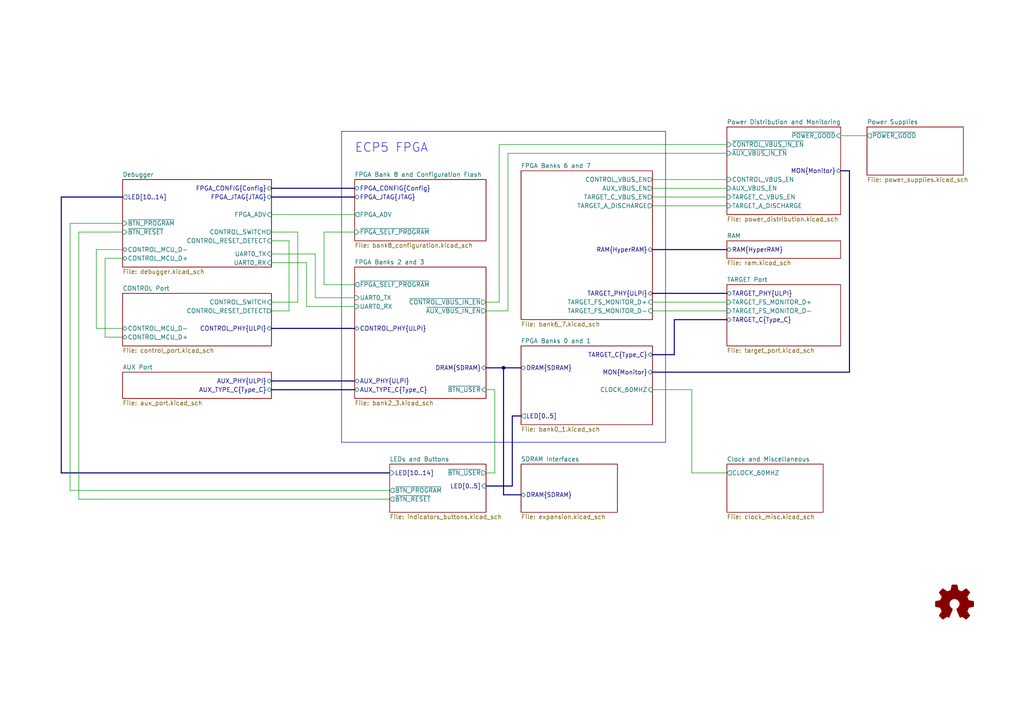
<source format=kicad_sch>
(kicad_sch
	(version 20231120)
	(generator "eeschema")
	(generator_version "8.0")
	(uuid "fb621148-8145-4217-9712-738e1b5a4823")
	(paper "A4")
	(title_block
		(title "${TITLE}")
		(date "${DATE}")
		(rev "${VERSION}")
		(company "${COPYRIGHT}")
		(comment 1 "${LICENSE}")
	)
	(lib_symbols
		(symbol "Graphic:Logo_Open_Hardware_Small"
			(exclude_from_sim no)
			(in_bom no)
			(on_board no)
			(property "Reference" "#SYM"
				(at 0 6.985 0)
				(effects
					(font
						(size 1.27 1.27)
					)
					(hide yes)
				)
			)
			(property "Value" "Logo_Open_Hardware_Small"
				(at 0 -5.715 0)
				(effects
					(font
						(size 1.27 1.27)
					)
					(hide yes)
				)
			)
			(property "Footprint" ""
				(at 0 0 0)
				(effects
					(font
						(size 1.27 1.27)
					)
					(hide yes)
				)
			)
			(property "Datasheet" "~"
				(at 0 0 0)
				(effects
					(font
						(size 1.27 1.27)
					)
					(hide yes)
				)
			)
			(property "Description" "Open Hardware logo, small"
				(at 0 0 0)
				(effects
					(font
						(size 1.27 1.27)
					)
					(hide yes)
				)
			)
			(property "Sim.Enable" "0"
				(at 0 0 0)
				(effects
					(font
						(size 1.27 1.27)
					)
					(hide yes)
				)
			)
			(property "ki_keywords" "Logo"
				(at 0 0 0)
				(effects
					(font
						(size 1.27 1.27)
					)
					(hide yes)
				)
			)
			(symbol "Logo_Open_Hardware_Small_0_1"
				(polyline
					(pts
						(xy 3.3528 -4.3434) (xy 3.302 -4.318) (xy 3.175 -4.2418) (xy 2.9972 -4.1148) (xy 2.7686 -3.9624)
						(xy 2.54 -3.81) (xy 2.3622 -3.7084) (xy 2.2352 -3.6068) (xy 2.1844 -3.5814) (xy 2.159 -3.6068)
						(xy 2.0574 -3.6576) (xy 1.905 -3.7338) (xy 1.8034 -3.7846) (xy 1.6764 -3.8354) (xy 1.6002 -3.8354)
						(xy 1.6002 -3.8354) (xy 1.5494 -3.7338) (xy 1.4732 -3.5306) (xy 1.3462 -3.302) (xy 1.2446 -3.0226)
						(xy 1.1176 -2.7178) (xy 0.9652 -2.413) (xy 0.8636 -2.1082) (xy 0.7366 -1.8288) (xy 0.6604 -1.6256)
						(xy 0.6096 -1.4732) (xy 0.5842 -1.397) (xy 0.5842 -1.397) (xy 0.6604 -1.3208) (xy 0.7874 -1.2446)
						(xy 1.0414 -1.016) (xy 1.2954 -0.6858) (xy 1.4478 -0.3302) (xy 1.524 0.0762) (xy 1.4732 0.4572)
						(xy 1.3208 0.8128) (xy 1.0668 1.143) (xy 0.762 1.3716) (xy 0.4064 1.524) (xy 0 1.5748) (xy -0.381 1.5494)
						(xy -0.7366 1.397) (xy -1.0668 1.143) (xy -1.2192 0.9906) (xy -1.397 0.6604) (xy -1.524 0.3048)
						(xy -1.524 0.2286) (xy -1.4986 -0.1778) (xy -1.397 -0.5334) (xy -1.1938 -0.8636) (xy -0.9144 -1.143)
						(xy -0.8636 -1.1684) (xy -0.7366 -1.27) (xy -0.635 -1.3462) (xy -0.5842 -1.397) (xy -1.0668 -2.5908)
						(xy -1.143 -2.794) (xy -1.2954 -3.1242) (xy -1.397 -3.4036) (xy -1.4986 -3.6322) (xy -1.5748 -3.7846)
						(xy -1.6002 -3.8354) (xy -1.6002 -3.8354) (xy -1.651 -3.8354) (xy -1.7272 -3.81) (xy -1.905 -3.7338)
						(xy -2.0066 -3.683) (xy -2.1336 -3.6068) (xy -2.2098 -3.5814) (xy -2.2606 -3.6068) (xy -2.3622 -3.683)
						(xy -2.54 -3.81) (xy -2.7686 -3.9624) (xy -2.9718 -4.0894) (xy -3.1496 -4.2164) (xy -3.302 -4.318)
						(xy -3.3528 -4.3434) (xy -3.3782 -4.3434) (xy -3.429 -4.318) (xy -3.5306 -4.2164) (xy -3.7084 -4.064)
						(xy -3.937 -3.8354) (xy -3.9624 -3.81) (xy -4.1656 -3.6068) (xy -4.318 -3.4544) (xy -4.4196 -3.3274)
						(xy -4.445 -3.2766) (xy -4.445 -3.2766) (xy -4.4196 -3.2258) (xy -4.318 -3.0734) (xy -4.2164 -2.8956)
						(xy -4.064 -2.667) (xy -3.6576 -2.0828) (xy -3.8862 -1.5494) (xy -3.937 -1.3716) (xy -4.0386 -1.1684)
						(xy -4.0894 -1.0414) (xy -4.1148 -0.9652) (xy -4.191 -0.9398) (xy -4.318 -0.9144) (xy -4.5466 -0.8636)
						(xy -4.8006 -0.8128) (xy -5.0546 -0.7874) (xy -5.2578 -0.7366) (xy -5.4356 -0.7112) (xy -5.5118 -0.6858)
						(xy -5.5118 -0.6858) (xy -5.5372 -0.635) (xy -5.5372 -0.5588) (xy -5.5372 -0.4318) (xy -5.5626 -0.2286)
						(xy -5.5626 0.0762) (xy -5.5626 0.127) (xy -5.5372 0.4064) (xy -5.5372 0.635) (xy -5.5372 0.762)
						(xy -5.5372 0.8382) (xy -5.5372 0.8382) (xy -5.461 0.8382) (xy -5.3086 0.889) (xy -5.08 0.9144)
						(xy -4.826 0.9652) (xy -4.8006 0.9906) (xy -4.5466 1.0414) (xy -4.318 1.0668) (xy -4.1656 1.1176)
						(xy -4.0894 1.143) (xy -4.0894 1.143) (xy -4.0386 1.2446) (xy -3.9624 1.4224) (xy -3.8608 1.6256)
						(xy -3.7846 1.8288) (xy -3.7084 2.0066) (xy -3.6576 2.159) (xy -3.6322 2.2098) (xy -3.6322 2.2098)
						(xy -3.683 2.286) (xy -3.7592 2.413) (xy -3.8862 2.5908) (xy -4.064 2.8194) (xy -4.064 2.8448)
						(xy -4.2164 3.0734) (xy -4.3434 3.2512) (xy -4.4196 3.3782) (xy -4.445 3.4544) (xy -4.445 3.4544)
						(xy -4.3942 3.5052) (xy -4.2926 3.6322) (xy -4.1148 3.81) (xy -3.937 4.0132) (xy -3.8608 4.064)
						(xy -3.6576 4.2926) (xy -3.5052 4.4196) (xy -3.4036 4.4958) (xy -3.3528 4.5212) (xy -3.3528 4.5212)
						(xy -3.302 4.4704) (xy -3.1496 4.3688) (xy -2.9718 4.2418) (xy -2.7432 4.0894) (xy -2.7178 4.0894)
						(xy -2.4892 3.937) (xy -2.3114 3.81) (xy -2.1844 3.7084) (xy -2.1336 3.683) (xy -2.1082 3.683)
						(xy -2.032 3.7084) (xy -1.8542 3.7592) (xy -1.6764 3.8354) (xy -1.4732 3.937) (xy -1.27 4.0132)
						(xy -1.143 4.064) (xy -1.0668 4.1148) (xy -1.0668 4.1148) (xy -1.0414 4.191) (xy -1.016 4.3434)
						(xy -0.9652 4.572) (xy -0.9144 4.8514) (xy -0.889 4.9022) (xy -0.8382 5.1562) (xy -0.8128 5.3848)
						(xy -0.7874 5.5372) (xy -0.762 5.588) (xy -0.7112 5.6134) (xy -0.5842 5.6134) (xy -0.4064 5.6134)
						(xy -0.1524 5.6134) (xy 0.0762 5.6134) (xy 0.3302 5.6134) (xy 0.5334 5.6134) (xy 0.6858 5.588)
						(xy 0.7366 5.588) (xy 0.7366 5.588) (xy 0.762 5.5118) (xy 0.8128 5.334) (xy 0.8382 5.1054) (xy 0.9144 4.826)
						(xy 0.9144 4.7752) (xy 0.9652 4.5212) (xy 1.016 4.2926) (xy 1.0414 4.1402) (xy 1.0668 4.0894)
						(xy 1.0668 4.0894) (xy 1.1938 4.0386) (xy 1.3716 3.9624) (xy 1.5748 3.8608) (xy 2.0828 3.6576)
						(xy 2.7178 4.0894) (xy 2.7686 4.1402) (xy 2.9972 4.2926) (xy 3.175 4.4196) (xy 3.302 4.4958) (xy 3.3782 4.5212)
						(xy 3.3782 4.5212) (xy 3.429 4.4704) (xy 3.556 4.3434) (xy 3.7338 4.191) (xy 3.9116 3.9878) (xy 4.064 3.8354)
						(xy 4.2418 3.6576) (xy 4.3434 3.556) (xy 4.4196 3.4798) (xy 4.4196 3.429) (xy 4.4196 3.4036) (xy 4.3942 3.3274)
						(xy 4.2926 3.2004) (xy 4.1656 2.9972) (xy 4.0132 2.794) (xy 3.8862 2.5908) (xy 3.7592 2.3876)
						(xy 3.6576 2.2352) (xy 3.6322 2.159) (xy 3.6322 2.1336) (xy 3.683 2.0066) (xy 3.7592 1.8288) (xy 3.8608 1.6002)
						(xy 4.064 1.1176) (xy 4.3942 1.0414) (xy 4.5974 1.016) (xy 4.8768 0.9652) (xy 5.1308 0.9144) (xy 5.5372 0.8382)
						(xy 5.5626 -0.6604) (xy 5.4864 -0.6858) (xy 5.4356 -0.6858) (xy 5.2832 -0.7366) (xy 5.0546 -0.762)
						(xy 4.8006 -0.8128) (xy 4.5974 -0.8636) (xy 4.3688 -0.9144) (xy 4.2164 -0.9398) (xy 4.1402 -0.9398)
						(xy 4.1148 -0.9652) (xy 4.064 -1.0668) (xy 3.9878 -1.2446) (xy 3.9116 -1.4478) (xy 3.81 -1.651)
						(xy 3.7338 -1.8542) (xy 3.683 -2.0066) (xy 3.6576 -2.0828) (xy 3.683 -2.1336) (xy 3.7846 -2.2606)
						(xy 3.8862 -2.4638) (xy 4.0386 -2.667) (xy 4.191 -2.8956) (xy 4.318 -3.0734) (xy 4.3942 -3.2004)
						(xy 4.445 -3.2766) (xy 4.4196 -3.3274) (xy 4.3434 -3.429) (xy 4.1656 -3.5814) (xy 3.937 -3.8354)
						(xy 3.8862 -3.8608) (xy 3.683 -4.064) (xy 3.5306 -4.2164) (xy 3.4036 -4.318) (xy 3.3528 -4.3434)
					)
					(stroke
						(width 0)
						(type default)
					)
					(fill
						(type outline)
					)
				)
			)
		)
	)
	(bus_alias "JTAG"
		(members "TMS" "TCK" "TDI" "TDO")
	)
	(bus_alias "SDRAM"
		(members "~{CS}" "CKE" "CLK" "DML" "DMH" "~{WE}" "~{CAS}" "~{RAS}" "A[0..12]"
			"D[0..15]" "BA[0..1]"
		)
	)
	(bus_alias "Type_C"
		(members "SDA" "SCL" "SBU1S" "SBU2S")
	)
	(bus_alias "ULPI"
		(members "DATA[0..7]" "CLK" "DIR" "STP" "NXT" "~{RESET}")
	)
	(junction
		(at 146.05 106.68)
		(diameter 0)
		(color 0 0 0 0)
		(uuid "c423fe3d-3f74-4eea-a130-fd2cf58898cd")
	)
	(bus
		(pts
			(xy 189.23 102.87) (xy 195.58 102.87)
		)
		(stroke
			(width 0)
			(type default)
		)
		(uuid "00c5b4d9-1cbf-4cd1-b2da-db2552b8adff")
	)
	(wire
		(pts
			(xy 143.51 113.03) (xy 140.97 113.03)
		)
		(stroke
			(width 0)
			(type default)
		)
		(uuid "019fa80a-47fc-4cfe-8bdb-4515c2b236de")
	)
	(wire
		(pts
			(xy 93.98 82.55) (xy 102.87 82.55)
		)
		(stroke
			(width 0)
			(type default)
		)
		(uuid "063c36d6-f6b2-4dfc-be96-2b59730b9f7f")
	)
	(wire
		(pts
			(xy 78.74 69.85) (xy 83.82 69.85)
		)
		(stroke
			(width 0)
			(type default)
		)
		(uuid "08f16ff7-551b-4bae-b076-0937f123b890")
	)
	(bus
		(pts
			(xy 17.78 137.16) (xy 113.03 137.16)
		)
		(stroke
			(width 0)
			(type default)
		)
		(uuid "129f88ed-8461-41ed-98d9-ec844cfef59f")
	)
	(bus
		(pts
			(xy 210.82 85.09) (xy 189.23 85.09)
		)
		(stroke
			(width 0)
			(type default)
		)
		(uuid "1309b258-0af7-49fa-926d-4f28765dcfa1")
	)
	(wire
		(pts
			(xy 86.36 87.63) (xy 78.74 87.63)
		)
		(stroke
			(width 0)
			(type default)
		)
		(uuid "175a6ab5-3998-48bf-adf0-33e399fa7c89")
	)
	(wire
		(pts
			(xy 102.87 88.9) (xy 88.9 88.9)
		)
		(stroke
			(width 0)
			(type default)
		)
		(uuid "1be800ed-3378-42c5-90ca-27eedc474615")
	)
	(wire
		(pts
			(xy 86.36 67.31) (xy 86.36 87.63)
		)
		(stroke
			(width 0)
			(type default)
		)
		(uuid "1f607821-edf8-437e-89d0-916d41180111")
	)
	(bus
		(pts
			(xy 17.78 57.15) (xy 17.78 137.16)
		)
		(stroke
			(width 0)
			(type default)
		)
		(uuid "22377a34-52dd-40cb-baa4-b081ae8d01f9")
	)
	(wire
		(pts
			(xy 78.74 67.31) (xy 86.36 67.31)
		)
		(stroke
			(width 0)
			(type default)
		)
		(uuid "223c8987-88f6-4b3f-b33a-df9a0e851124")
	)
	(bus
		(pts
			(xy 146.05 106.68) (xy 151.13 106.68)
		)
		(stroke
			(width 0)
			(type default)
		)
		(uuid "27e3d54a-ef79-4fec-9444-54249c3fe983")
	)
	(wire
		(pts
			(xy 210.82 44.45) (xy 147.32 44.45)
		)
		(stroke
			(width 0)
			(type default)
		)
		(uuid "28ccb9b7-9528-4625-90a7-0141b73f8ed3")
	)
	(wire
		(pts
			(xy 147.32 90.17) (xy 140.97 90.17)
		)
		(stroke
			(width 0)
			(type default)
		)
		(uuid "29fea464-862d-4fb2-851b-31bffa5f742e")
	)
	(wire
		(pts
			(xy 35.56 67.31) (xy 22.86 67.31)
		)
		(stroke
			(width 0)
			(type default)
		)
		(uuid "2c115bc0-65c1-494d-ba1d-2939c56cedc4")
	)
	(bus
		(pts
			(xy 146.05 143.51) (xy 146.05 106.68)
		)
		(stroke
			(width 0)
			(type default)
		)
		(uuid "2c94d2a4-3d9f-46d1-b089-b98d0f9c7491")
	)
	(wire
		(pts
			(xy 88.9 88.9) (xy 88.9 76.2)
		)
		(stroke
			(width 0)
			(type default)
		)
		(uuid "2dea37da-1590-4182-ad01-f455772b2687")
	)
	(wire
		(pts
			(xy 20.32 142.24) (xy 113.03 142.24)
		)
		(stroke
			(width 0)
			(type default)
		)
		(uuid "2e11cb94-54e3-49f2-a659-1fb3c4cbd4a1")
	)
	(wire
		(pts
			(xy 189.23 54.61) (xy 210.82 54.61)
		)
		(stroke
			(width 0)
			(type default)
		)
		(uuid "2ef07922-3c98-4efd-94c4-9b451a2f0779")
	)
	(wire
		(pts
			(xy 143.51 137.16) (xy 140.97 137.16)
		)
		(stroke
			(width 0)
			(type default)
		)
		(uuid "3735c017-53fa-44b4-a50b-86920d514cff")
	)
	(wire
		(pts
			(xy 147.32 44.45) (xy 147.32 90.17)
		)
		(stroke
			(width 0)
			(type default)
		)
		(uuid "3cd6adc7-dae6-4b05-8741-c22717daf295")
	)
	(polyline
		(pts
			(xy 99.06 38.1) (xy 193.04 38.1)
		)
		(stroke
			(width 0)
			(type default)
		)
		(uuid "3d2521b1-5ed1-4c9f-bb20-da50b880e85f")
	)
	(wire
		(pts
			(xy 30.48 97.79) (xy 35.56 97.79)
		)
		(stroke
			(width 0)
			(type default)
		)
		(uuid "40b4a4d7-371c-4ff8-b044-10e2104caecc")
	)
	(wire
		(pts
			(xy 78.74 73.66) (xy 91.44 73.66)
		)
		(stroke
			(width 0)
			(type default)
		)
		(uuid "41023816-0138-4250-ae00-2a4bb73ec6f0")
	)
	(wire
		(pts
			(xy 91.44 86.36) (xy 102.87 86.36)
		)
		(stroke
			(width 0)
			(type default)
		)
		(uuid "42a7fba0-8208-433e-b799-7af1d5e950b1")
	)
	(wire
		(pts
			(xy 91.44 73.66) (xy 91.44 86.36)
		)
		(stroke
			(width 0)
			(type default)
		)
		(uuid "4797f996-93c2-448c-b40f-2db20f7e6101")
	)
	(wire
		(pts
			(xy 140.97 87.63) (xy 144.78 87.63)
		)
		(stroke
			(width 0)
			(type default)
		)
		(uuid "4ba27b11-31c5-4829-824f-59757832e786")
	)
	(bus
		(pts
			(xy 246.38 107.95) (xy 246.38 49.53)
		)
		(stroke
			(width 0)
			(type default)
		)
		(uuid "5e280c8a-a9f0-40bc-b458-030b106cdf64")
	)
	(bus
		(pts
			(xy 78.74 57.15) (xy 102.87 57.15)
		)
		(stroke
			(width 0)
			(type default)
		)
		(uuid "600318fc-f188-4a36-b2c1-a9b0a9d0fee5")
	)
	(wire
		(pts
			(xy 189.23 52.07) (xy 210.82 52.07)
		)
		(stroke
			(width 0)
			(type default)
		)
		(uuid "621eea65-3181-4df0-abe6-92ee04875688")
	)
	(polyline
		(pts
			(xy 99.06 38.1) (xy 99.06 128.27)
		)
		(stroke
			(width 0)
			(type default)
		)
		(uuid "669ecb88-aca3-4df0-8453-4a0a9bbc1220")
	)
	(wire
		(pts
			(xy 78.74 62.23) (xy 102.87 62.23)
		)
		(stroke
			(width 0)
			(type default)
		)
		(uuid "67a9e413-1b2a-4463-acf4-80fd40b296f9")
	)
	(bus
		(pts
			(xy 78.74 54.61) (xy 102.87 54.61)
		)
		(stroke
			(width 0)
			(type default)
		)
		(uuid "699364d6-7838-47d1-8889-d4d767a222f8")
	)
	(wire
		(pts
			(xy 144.78 41.91) (xy 210.82 41.91)
		)
		(stroke
			(width 0)
			(type default)
		)
		(uuid "710a2fc9-a4b9-4a6d-98ff-2cd60071d157")
	)
	(bus
		(pts
			(xy 189.23 107.95) (xy 246.38 107.95)
		)
		(stroke
			(width 0)
			(type default)
		)
		(uuid "7b8c044b-081d-442a-aa1d-98b29a2e26d6")
	)
	(wire
		(pts
			(xy 30.48 74.93) (xy 30.48 97.79)
		)
		(stroke
			(width 0)
			(type default)
		)
		(uuid "7e990bb5-879f-4503-96f6-08cf3df64734")
	)
	(wire
		(pts
			(xy 30.48 74.93) (xy 35.56 74.93)
		)
		(stroke
			(width 0)
			(type default)
		)
		(uuid "86656ab1-af10-4635-9a75-b18d892352d9")
	)
	(bus
		(pts
			(xy 195.58 102.87) (xy 195.58 92.71)
		)
		(stroke
			(width 0)
			(type default)
		)
		(uuid "8bca79f1-254f-4e2b-a220-7a71f593860c")
	)
	(wire
		(pts
			(xy 144.78 87.63) (xy 144.78 41.91)
		)
		(stroke
			(width 0)
			(type default)
		)
		(uuid "8d3a6cd9-03c7-4abe-a6f9-02606b1b96ce")
	)
	(wire
		(pts
			(xy 200.66 137.16) (xy 200.66 113.03)
		)
		(stroke
			(width 0)
			(type default)
		)
		(uuid "9296b15a-16b5-43b8-ab2a-1884165b69a0")
	)
	(bus
		(pts
			(xy 78.74 113.03) (xy 102.87 113.03)
		)
		(stroke
			(width 0)
			(type default)
		)
		(uuid "9585f42d-8ed9-4655-92f7-2fd4198beb55")
	)
	(wire
		(pts
			(xy 189.23 59.69) (xy 210.82 59.69)
		)
		(stroke
			(width 0)
			(type default)
		)
		(uuid "9d7b0063-4566-4034-8b3c-00184051faa9")
	)
	(wire
		(pts
			(xy 143.51 113.03) (xy 143.51 137.16)
		)
		(stroke
			(width 0)
			(type default)
		)
		(uuid "9f463a40-6f23-4a69-9da1-ef6b25dd6722")
	)
	(bus
		(pts
			(xy 148.59 120.65) (xy 151.13 120.65)
		)
		(stroke
			(width 0)
			(type default)
		)
		(uuid "9f94ed09-9b73-4594-8c6e-80e87b9d3737")
	)
	(wire
		(pts
			(xy 22.86 144.78) (xy 113.03 144.78)
		)
		(stroke
			(width 0)
			(type default)
		)
		(uuid "a03359aa-d339-47bc-84eb-d4f5fdb25395")
	)
	(wire
		(pts
			(xy 35.56 64.77) (xy 20.32 64.77)
		)
		(stroke
			(width 0)
			(type default)
		)
		(uuid "a03af5bc-7fd7-467a-9ace-07f1e07ec934")
	)
	(wire
		(pts
			(xy 210.82 137.16) (xy 200.66 137.16)
		)
		(stroke
			(width 0)
			(type default)
		)
		(uuid "a09cdd63-50a4-4139-917f-4cfbdf3bcd36")
	)
	(wire
		(pts
			(xy 22.86 67.31) (xy 22.86 144.78)
		)
		(stroke
			(width 0)
			(type default)
		)
		(uuid "a3cabf92-87af-445d-9b08-7db77309be0e")
	)
	(bus
		(pts
			(xy 102.87 95.25) (xy 78.74 95.25)
		)
		(stroke
			(width 0)
			(type default)
		)
		(uuid "a5c9445a-84e1-4eda-b66e-74b5a426a5fe")
	)
	(bus
		(pts
			(xy 148.59 140.97) (xy 140.97 140.97)
		)
		(stroke
			(width 0)
			(type default)
		)
		(uuid "a7825ad8-15df-4a5a-bff6-9fb4434dad5a")
	)
	(wire
		(pts
			(xy 189.23 87.63) (xy 210.82 87.63)
		)
		(stroke
			(width 0)
			(type default)
		)
		(uuid "a9fb569a-9d3c-420c-be51-cde4adda0cdd")
	)
	(bus
		(pts
			(xy 195.58 92.71) (xy 210.82 92.71)
		)
		(stroke
			(width 0)
			(type default)
		)
		(uuid "aa3f36e0-4762-4933-98a1-8e0585d0ccf4")
	)
	(wire
		(pts
			(xy 189.23 57.15) (xy 210.82 57.15)
		)
		(stroke
			(width 0)
			(type default)
		)
		(uuid "b07a2354-7308-4c9b-ac5b-03c54596ff14")
	)
	(wire
		(pts
			(xy 102.87 67.31) (xy 93.98 67.31)
		)
		(stroke
			(width 0)
			(type default)
		)
		(uuid "b6135409-966c-4ced-af76-27cbad5d957e")
	)
	(wire
		(pts
			(xy 83.82 69.85) (xy 83.82 90.17)
		)
		(stroke
			(width 0)
			(type default)
		)
		(uuid "b7872034-e7a3-4428-b75c-59f8c4a85a76")
	)
	(bus
		(pts
			(xy 102.87 110.49) (xy 78.74 110.49)
		)
		(stroke
			(width 0)
			(type default)
		)
		(uuid "c0d975b5-aa3d-473e-94e7-8acc92636905")
	)
	(polyline
		(pts
			(xy 193.04 38.1) (xy 193.04 128.27)
		)
		(stroke
			(width 0)
			(type default)
		)
		(uuid "c10c7fbd-22bf-4d4b-8b38-fc3d108c4fd3")
	)
	(wire
		(pts
			(xy 93.98 67.31) (xy 93.98 82.55)
		)
		(stroke
			(width 0)
			(type default)
		)
		(uuid "c254aebd-3d47-4b89-87fb-dd7d773ac811")
	)
	(bus
		(pts
			(xy 35.56 57.15) (xy 17.78 57.15)
		)
		(stroke
			(width 0)
			(type default)
		)
		(uuid "c9b2464d-e3c9-4e9a-9a4f-bf83dda10089")
	)
	(wire
		(pts
			(xy 243.84 39.37) (xy 251.46 39.37)
		)
		(stroke
			(width 0)
			(type default)
		)
		(uuid "cfed4d6b-0c0e-491b-b800-8b9a92d39074")
	)
	(wire
		(pts
			(xy 27.94 72.39) (xy 27.94 95.25)
		)
		(stroke
			(width 0)
			(type default)
		)
		(uuid "d06a3c46-adc3-4ae9-9ab2-94addea7764d")
	)
	(wire
		(pts
			(xy 27.94 95.25) (xy 35.56 95.25)
		)
		(stroke
			(width 0)
			(type default)
		)
		(uuid "d0a162ef-f0f0-4621-923d-4d6a4bd8fe57")
	)
	(wire
		(pts
			(xy 88.9 76.2) (xy 78.74 76.2)
		)
		(stroke
			(width 0)
			(type default)
		)
		(uuid "d0bd5cc4-7347-4435-b554-b66d97df1c39")
	)
	(wire
		(pts
			(xy 35.56 72.39) (xy 27.94 72.39)
		)
		(stroke
			(width 0)
			(type default)
		)
		(uuid "dace43e7-359a-413c-93a9-a603f2a712c8")
	)
	(bus
		(pts
			(xy 140.97 106.68) (xy 146.05 106.68)
		)
		(stroke
			(width 0)
			(type default)
		)
		(uuid "daceb733-0798-4be3-a79c-51062ed5e6e0")
	)
	(wire
		(pts
			(xy 20.32 64.77) (xy 20.32 142.24)
		)
		(stroke
			(width 0)
			(type default)
		)
		(uuid "de275eeb-6608-4680-9290-3d04c07dd4ba")
	)
	(wire
		(pts
			(xy 83.82 90.17) (xy 78.74 90.17)
		)
		(stroke
			(width 0)
			(type default)
		)
		(uuid "defe2595-b2dd-4f51-b0d3-b9bde1d09bab")
	)
	(bus
		(pts
			(xy 151.13 143.51) (xy 146.05 143.51)
		)
		(stroke
			(width 0)
			(type default)
		)
		(uuid "e27aef6f-446d-492b-9692-07465e0df8cb")
	)
	(bus
		(pts
			(xy 189.23 72.39) (xy 210.82 72.39)
		)
		(stroke
			(width 0)
			(type default)
		)
		(uuid "f08d9d46-8de0-4ee7-80dd-ea637f1178b0")
	)
	(bus
		(pts
			(xy 246.38 49.53) (xy 243.84 49.53)
		)
		(stroke
			(width 0)
			(type default)
		)
		(uuid "f198adc6-96c6-4bad-be2f-0c45a9923c6c")
	)
	(bus
		(pts
			(xy 148.59 120.65) (xy 148.59 140.97)
		)
		(stroke
			(width 0)
			(type default)
		)
		(uuid "f2eb367d-78a1-484f-bd7d-3a77f98b0b50")
	)
	(wire
		(pts
			(xy 200.66 113.03) (xy 189.23 113.03)
		)
		(stroke
			(width 0)
			(type default)
		)
		(uuid "f794e64f-7e35-4266-b94a-3a869fd68654")
	)
	(polyline
		(pts
			(xy 193.04 128.27) (xy 99.06 128.27)
		)
		(stroke
			(width 0)
			(type default)
		)
		(uuid "faa948ce-cd2a-4abb-9f78-3a4ca3a00399")
	)
	(wire
		(pts
			(xy 210.82 90.17) (xy 189.23 90.17)
		)
		(stroke
			(width 0)
			(type default)
		)
		(uuid "fcee447c-912e-46ab-bef5-7b0b207142b0")
	)
	(text "ECP5 FPGA"
		(exclude_from_sim no)
		(at 102.87 44.45 0)
		(effects
			(font
				(size 2.54 2.54)
			)
			(justify left bottom)
		)
		(uuid "eef18601-ed5f-4925-899d-2602abcf7c46")
	)
	(symbol
		(lib_id "Graphic:Logo_Open_Hardware_Small")
		(at 276.86 175.26 0)
		(unit 1)
		(exclude_from_sim yes)
		(in_bom yes)
		(on_board yes)
		(dnp no)
		(fields_autoplaced yes)
		(uuid "da565afa-f706-47e3-ba62-3b1d11059d85")
		(property "Reference" "#LOGO1"
			(at 276.86 168.275 0)
			(effects
				(font
					(size 1.27 1.27)
				)
				(hide yes)
			)
		)
		(property "Value" "Logo_Open_Hardware_Small"
			(at 276.86 180.975 0)
			(effects
				(font
					(size 1.27 1.27)
				)
				(hide yes)
			)
		)
		(property "Footprint" ""
			(at 276.86 175.26 0)
			(effects
				(font
					(size 1.27 1.27)
				)
				(hide yes)
			)
		)
		(property "Datasheet" "~"
			(at 276.86 175.26 0)
			(effects
				(font
					(size 1.27 1.27)
				)
				(hide yes)
			)
		)
		(property "Description" "Open Hardware logo, small"
			(at 276.86 175.26 0)
			(effects
				(font
					(size 1.27 1.27)
				)
				(hide yes)
			)
		)
		(instances
			(project "cynthion"
				(path "/fb621148-8145-4217-9712-738e1b5a4823"
					(reference "#LOGO1")
					(unit 1)
				)
			)
		)
	)
	(sheet
		(at 251.46 36.83)
		(size 27.94 13.97)
		(fields_autoplaced yes)
		(stroke
			(width 0)
			(type solid)
		)
		(fill
			(color 0 0 0 0.0000)
		)
		(uuid "00000000-0000-0000-0000-00005da7baf4")
		(property "Sheetname" "Power Supplies"
			(at 251.46 36.1184 0)
			(effects
				(font
					(size 1.27 1.27)
				)
				(justify left bottom)
			)
		)
		(property "Sheetfile" "power_supplies.kicad_sch"
			(at 251.46 51.3846 0)
			(effects
				(font
					(size 1.27 1.27)
				)
				(justify left top)
			)
		)
		(pin "~{POWER_GOOD}" output
			(at 251.46 39.37 180)
			(effects
				(font
					(size 1.27 1.27)
				)
				(justify left)
			)
			(uuid "5d4babe6-c6cb-484e-8ed2-9615bb2c721b")
		)
		(instances
			(project "cynthion"
				(path "/fb621148-8145-4217-9712-738e1b5a4823"
					(page "18")
				)
			)
		)
	)
	(sheet
		(at 35.56 52.07)
		(size 43.18 25.4)
		(fields_autoplaced yes)
		(stroke
			(width 0)
			(type solid)
		)
		(fill
			(color 0 0 0 0.0000)
		)
		(uuid "00000000-0000-0000-0000-00005dcaa6d2")
		(property "Sheetname" "Debugger"
			(at 35.56 51.3584 0)
			(effects
				(font
					(size 1.27 1.27)
				)
				(justify left bottom)
			)
		)
		(property "Sheetfile" "debugger.kicad_sch"
			(at 35.56 78.0546 0)
			(effects
				(font
					(size 1.27 1.27)
				)
				(justify left top)
			)
		)
		(pin "CONTROL_MCU_D-" bidirectional
			(at 35.56 72.39 180)
			(effects
				(font
					(size 1.27 1.27)
				)
				(justify left)
			)
			(uuid "3c2939a1-42bc-480d-af81-df732c87de27")
		)
		(pin "CONTROL_MCU_D+" bidirectional
			(at 35.56 74.93 180)
			(effects
				(font
					(size 1.27 1.27)
				)
				(justify left)
			)
			(uuid "66278d6c-94f6-4f93-9eda-79e94cc15ed4")
		)
		(pin "CONTROL_SWITCH" output
			(at 78.74 67.31 0)
			(effects
				(font
					(size 1.27 1.27)
				)
				(justify right)
			)
			(uuid "f054d600-b6d8-4178-b32e-6cbdaa0d057b")
		)
		(pin "CONTROL_RESET_DETECT" input
			(at 78.74 69.85 0)
			(effects
				(font
					(size 1.27 1.27)
				)
				(justify right)
			)
			(uuid "363672de-04c4-484e-8c3d-1ba766321043")
		)
		(pin "~{BTN_RESET}" input
			(at 35.56 67.31 180)
			(effects
				(font
					(size 1.27 1.27)
				)
				(justify left)
			)
			(uuid "88dbb850-3bc2-406a-a079-be5f10373d02")
		)
		(pin "~{BTN_PROGRAM}" input
			(at 35.56 64.77 180)
			(effects
				(font
					(size 1.27 1.27)
				)
				(justify left)
			)
			(uuid "9654bd27-41bd-45a1-aee7-14226aa5d2b4")
		)
		(pin "LED[10..14]" output
			(at 35.56 57.15 180)
			(effects
				(font
					(size 1.27 1.27)
				)
				(justify left)
			)
			(uuid "823f6ed9-af06-4f52-ba90-dca70743a352")
		)
		(pin "FPGA_CONFIG{Config}" bidirectional
			(at 78.74 54.61 0)
			(effects
				(font
					(size 1.27 1.27)
				)
				(justify right)
			)
			(uuid "13822d1e-3fb0-4ff7-8f56-8b3d27ffca37")
		)
		(pin "FPGA_JTAG{JTAG}" bidirectional
			(at 78.74 57.15 0)
			(effects
				(font
					(size 1.27 1.27)
				)
				(justify right)
			)
			(uuid "e7211063-9ece-4c87-b193-c0981d270a2f")
		)
		(pin "FPGA_ADV" input
			(at 78.74 62.23 0)
			(effects
				(font
					(size 1.27 1.27)
				)
				(justify right)
			)
			(uuid "e59e9bbb-fada-43c9-9e70-e2b17c713f45")
		)
		(pin "UART0_TX" input
			(at 78.74 73.66 0)
			(effects
				(font
					(size 1.27 1.27)
				)
				(justify right)
			)
			(uuid "b565cb98-f270-4485-a81a-b35a08193567")
		)
		(pin "UART0_RX" input
			(at 78.74 76.2 0)
			(effects
				(font
					(size 1.27 1.27)
				)
				(justify right)
			)
			(uuid "e59a6e5b-237e-498c-808d-757cd55b1025")
		)
		(instances
			(project "cynthion"
				(path "/fb621148-8145-4217-9712-738e1b5a4823"
					(page "17")
				)
			)
		)
	)
	(sheet
		(at 35.56 85.09)
		(size 43.18 15.24)
		(fields_autoplaced yes)
		(stroke
			(width 0)
			(type solid)
		)
		(fill
			(color 0 0 0 0.0000)
		)
		(uuid "00000000-0000-0000-0000-00005dcd9772")
		(property "Sheetname" "CONTROL Port"
			(at 35.56 84.3784 0)
			(effects
				(font
					(size 1.27 1.27)
				)
				(justify left bottom)
			)
		)
		(property "Sheetfile" "control_port.kicad_sch"
			(at 35.56 100.9146 0)
			(effects
				(font
					(size 1.27 1.27)
				)
				(justify left top)
			)
		)
		(pin "CONTROL_MCU_D+" bidirectional
			(at 35.56 97.79 180)
			(effects
				(font
					(size 1.27 1.27)
				)
				(justify left)
			)
			(uuid "e6f3e995-8156-4ae6-8176-c773f03c836e")
		)
		(pin "CONTROL_MCU_D-" bidirectional
			(at 35.56 95.25 180)
			(effects
				(font
					(size 1.27 1.27)
				)
				(justify left)
			)
			(uuid "9f15063a-914c-4394-bf8c-2d8f6fac2e80")
		)
		(pin "CONTROL_SWITCH" input
			(at 78.74 87.63 0)
			(effects
				(font
					(size 1.27 1.27)
				)
				(justify right)
			)
			(uuid "c136b5e8-744e-4332-b681-2f7a158fb5c6")
		)
		(pin "CONTROL_RESET_DETECT" output
			(at 78.74 90.17 0)
			(effects
				(font
					(size 1.27 1.27)
				)
				(justify right)
			)
			(uuid "e555a561-1c5e-4ea5-8af9-a2457867d9a3")
		)
		(pin "CONTROL_PHY{ULPI}" bidirectional
			(at 78.74 95.25 0)
			(effects
				(font
					(size 1.27 1.27)
				)
				(justify right)
			)
			(uuid "36a58934-3f32-4053-b622-beb40c4a1025")
		)
		(instances
			(project "cynthion"
				(path "/fb621148-8145-4217-9712-738e1b5a4823"
					(page "2")
				)
			)
		)
	)
	(sheet
		(at 35.56 107.95)
		(size 43.18 7.62)
		(fields_autoplaced yes)
		(stroke
			(width 0)
			(type solid)
		)
		(fill
			(color 0 0 0 0.0000)
		)
		(uuid "00000000-0000-0000-0000-00005dd754d4")
		(property "Sheetname" "AUX Port"
			(at 35.56 107.2384 0)
			(effects
				(font
					(size 1.27 1.27)
				)
				(justify left bottom)
			)
		)
		(property "Sheetfile" "aux_port.kicad_sch"
			(at 35.56 116.1546 0)
			(effects
				(font
					(size 1.27 1.27)
				)
				(justify left top)
			)
		)
		(pin "AUX_TYPE_C{Type_C}" bidirectional
			(at 78.74 113.03 0)
			(effects
				(font
					(size 1.27 1.27)
				)
				(justify right)
			)
			(uuid "b214120b-aa60-462a-871e-77a240f97a67")
		)
		(pin "AUX_PHY{ULPI}" bidirectional
			(at 78.74 110.49 0)
			(effects
				(font
					(size 1.27 1.27)
				)
				(justify right)
			)
			(uuid "823f8281-217c-452f-b831-1fe04ee5e904")
		)
		(instances
			(project "cynthion"
				(path "/fb621148-8145-4217-9712-738e1b5a4823"
					(page "4")
				)
			)
		)
	)
	(sheet
		(at 210.82 82.55)
		(size 33.02 17.78)
		(fields_autoplaced yes)
		(stroke
			(width 0)
			(type solid)
		)
		(fill
			(color 0 0 0 0.0000)
		)
		(uuid "00000000-0000-0000-0000-00005dddb747")
		(property "Sheetname" "TARGET Port"
			(at 210.82 81.8384 0)
			(effects
				(font
					(size 1.27 1.27)
				)
				(justify left bottom)
			)
		)
		(property "Sheetfile" "target_port.kicad_sch"
			(at 210.82 100.9146 0)
			(effects
				(font
					(size 1.27 1.27)
				)
				(justify left top)
			)
		)
		(pin "TARGET_C{Type_C}" bidirectional
			(at 210.82 92.71 180)
			(effects
				(font
					(size 1.27 1.27)
				)
				(justify left)
			)
			(uuid "692325a2-2c09-4e96-b784-430adf68b202")
		)
		(pin "TARGET_PHY{ULPI}" bidirectional
			(at 210.82 85.09 180)
			(effects
				(font
					(size 1.27 1.27)
				)
				(justify left)
			)
			(uuid "5ce4708d-0899-4584-a10d-008b49c7a143")
		)
		(pin "TARGET_FS_MONITOR_D+" input
			(at 210.82 87.63 180)
			(effects
				(font
					(size 1.27 1.27)
				)
				(justify left)
			)
			(uuid "0a6f277f-2809-456d-b0f8-aad861243282")
		)
		(pin "TARGET_FS_MONITOR_D-" input
			(at 210.82 90.17 180)
			(effects
				(font
					(size 1.27 1.27)
				)
				(justify left)
			)
			(uuid "fe4c6390-d971-46c8-b9be-c57dc7ad6deb")
		)
		(instances
			(project "cynthion"
				(path "/fb621148-8145-4217-9712-738e1b5a4823"
					(page "7")
				)
			)
		)
	)
	(sheet
		(at 210.82 69.85)
		(size 33.02 5.08)
		(fields_autoplaced yes)
		(stroke
			(width 0)
			(type solid)
		)
		(fill
			(color 0 0 0 0.0000)
		)
		(uuid "00000000-0000-0000-0000-00005de77fe3")
		(property "Sheetname" "RAM"
			(at 210.82 69.1384 0)
			(effects
				(font
					(size 1.27 1.27)
				)
				(justify left bottom)
			)
		)
		(property "Sheetfile" "ram.kicad_sch"
			(at 210.82 75.5146 0)
			(effects
				(font
					(size 1.27 1.27)
				)
				(justify left top)
			)
		)
		(pin "RAM{HyperRAM}" bidirectional
			(at 210.82 72.39 180)
			(effects
				(font
					(size 1.27 1.27)
				)
				(justify left)
			)
			(uuid "842adbd8-7e3b-4f2b-a1fa-80176049fa69")
		)
		(instances
			(project "cynthion"
				(path "/fb621148-8145-4217-9712-738e1b5a4823"
					(page "14")
				)
			)
		)
	)
	(sheet
		(at 210.82 134.62)
		(size 27.94 13.97)
		(fields_autoplaced yes)
		(stroke
			(width 0.1524)
			(type solid)
		)
		(fill
			(color 0 0 0 0.0000)
		)
		(uuid "07741d92-cb3b-401f-9c7e-29f688af7269")
		(property "Sheetname" "Clock and Miscellaneous"
			(at 210.82 133.9084 0)
			(effects
				(font
					(size 1.27 1.27)
				)
				(justify left bottom)
			)
		)
		(property "Sheetfile" "clock_misc.kicad_sch"
			(at 210.82 149.1746 0)
			(effects
				(font
					(size 1.27 1.27)
				)
				(justify left top)
			)
		)
		(pin "CLOCK_60MHZ" output
			(at 210.82 137.16 180)
			(effects
				(font
					(size 1.27 1.27)
				)
				(justify left)
			)
			(uuid "e76f5e6f-3f2a-41ef-b25c-fed6579e59e5")
		)
		(instances
			(project "cynthion"
				(path "/fb621148-8145-4217-9712-738e1b5a4823"
					(page "20")
				)
			)
		)
	)
	(sheet
		(at 151.13 49.53)
		(size 38.1 43.18)
		(fields_autoplaced yes)
		(stroke
			(width 0)
			(type solid)
		)
		(fill
			(color 0 0 0 0.0000)
		)
		(uuid "398ed715-d319-4823-8f52-c02f43302105")
		(property "Sheetname" "FPGA Banks 6 and 7"
			(at 151.13 48.8184 0)
			(effects
				(font
					(size 1.27 1.27)
				)
				(justify left bottom)
			)
		)
		(property "Sheetfile" "bank6_7.kicad_sch"
			(at 151.13 93.2946 0)
			(effects
				(font
					(size 1.27 1.27)
				)
				(justify left top)
			)
		)
		(pin "AUX_VBUS_EN" output
			(at 189.23 54.61 0)
			(effects
				(font
					(size 1.27 1.27)
				)
				(justify right)
			)
			(uuid "dc7a1111-9f2e-4905-963a-331c263ec243")
		)
		(pin "CONTROL_VBUS_EN" output
			(at 189.23 52.07 0)
			(effects
				(font
					(size 1.27 1.27)
				)
				(justify right)
			)
			(uuid "2ac86919-d592-4dfb-b368-bd64cd496f84")
		)
		(pin "TARGET_A_DISCHARGE" output
			(at 189.23 59.69 0)
			(effects
				(font
					(size 1.27 1.27)
				)
				(justify right)
			)
			(uuid "a39d00b0-f6e5-468c-9f9e-f0fc2a71f49d")
		)
		(pin "TARGET_FS_MONITOR_D-" input
			(at 189.23 90.17 0)
			(effects
				(font
					(size 1.27 1.27)
				)
				(justify right)
			)
			(uuid "807a4c62-90b2-4beb-9600-c7d5f4777c72")
		)
		(pin "TARGET_FS_MONITOR_D+" input
			(at 189.23 87.63 0)
			(effects
				(font
					(size 1.27 1.27)
				)
				(justify right)
			)
			(uuid "85ab549d-b4ea-4c27-90e8-1b6c18189253")
		)
		(pin "TARGET_PHY{ULPI}" bidirectional
			(at 189.23 85.09 0)
			(effects
				(font
					(size 1.27 1.27)
				)
				(justify right)
			)
			(uuid "930291a3-daf7-4397-a7ae-e0eaeb130414")
		)
		(pin "RAM{HyperRAM}" bidirectional
			(at 189.23 72.39 0)
			(effects
				(font
					(size 1.27 1.27)
				)
				(justify right)
			)
			(uuid "de652a57-3cd4-41c6-a618-0b96e2a6b59b")
		)
		(pin "TARGET_C_VBUS_EN" output
			(at 189.23 57.15 0)
			(effects
				(font
					(size 1.27 1.27)
				)
				(justify right)
			)
			(uuid "ec0de58b-1ffb-4236-a560-a1e4b3aad89b")
		)
		(instances
			(project "cynthion"
				(path "/fb621148-8145-4217-9712-738e1b5a4823"
					(page "12")
				)
			)
		)
	)
	(sheet
		(at 210.82 36.83)
		(size 33.02 25.4)
		(fields_autoplaced yes)
		(stroke
			(width 0.1524)
			(type solid)
		)
		(fill
			(color 0 0 0 0.0000)
		)
		(uuid "490fda6e-4eae-4b35-a875-405b51914829")
		(property "Sheetname" "Power Distribution and Monitoring"
			(at 210.82 36.1184 0)
			(effects
				(font
					(size 1.27 1.27)
				)
				(justify left bottom)
			)
		)
		(property "Sheetfile" "power_distribution.kicad_sch"
			(at 210.82 62.8146 0)
			(effects
				(font
					(size 1.27 1.27)
				)
				(justify left top)
			)
		)
		(pin "CONTROL_VBUS_EN" input
			(at 210.82 52.07 180)
			(effects
				(font
					(size 1.27 1.27)
				)
				(justify left)
			)
			(uuid "f2490a91-54e7-4f1a-93a6-d9e3f267ec15")
		)
		(pin "AUX_VBUS_EN" input
			(at 210.82 54.61 180)
			(effects
				(font
					(size 1.27 1.27)
				)
				(justify left)
			)
			(uuid "5bb342fd-8e25-41e6-a909-48141bfb7d22")
		)
		(pin "~{CONTROL_VBUS_IN_EN}" input
			(at 210.82 41.91 180)
			(effects
				(font
					(size 1.27 1.27)
				)
				(justify left)
			)
			(uuid "9ab9d752-5190-4cb2-b818-31fa64dc57cb")
		)
		(pin "~{AUX_VBUS_IN_EN}" input
			(at 210.82 44.45 180)
			(effects
				(font
					(size 1.27 1.27)
				)
				(justify left)
			)
			(uuid "d5a6796b-2278-4d7b-9a61-bdc009443656")
		)
		(pin "TARGET_A_DISCHARGE" input
			(at 210.82 59.69 180)
			(effects
				(font
					(size 1.27 1.27)
				)
				(justify left)
			)
			(uuid "244171ec-0292-49a4-a9c8-42a5226d0977")
		)
		(pin "~{POWER_GOOD}" input
			(at 243.84 39.37 0)
			(effects
				(font
					(size 1.27 1.27)
				)
				(justify right)
			)
			(uuid "31210035-865f-45af-9a90-a4176e809f6d")
		)
		(pin "MON{Monitor}" bidirectional
			(at 243.84 49.53 0)
			(effects
				(font
					(size 1.27 1.27)
				)
				(justify right)
			)
			(uuid "6f40b126-676c-4263-b036-6e28bafc632b")
		)
		(pin "TARGET_C_VBUS_EN" input
			(at 210.82 57.15 180)
			(effects
				(font
					(size 1.27 1.27)
				)
				(justify left)
			)
			(uuid "39e0dbf7-f2b5-4b1d-8c7e-01f295e67341")
		)
		(instances
			(project "cynthion"
				(path "/fb621148-8145-4217-9712-738e1b5a4823"
					(page "19")
				)
			)
		)
	)
	(sheet
		(at 102.87 77.47)
		(size 38.1 38.1)
		(fields_autoplaced yes)
		(stroke
			(width 0)
			(type solid)
		)
		(fill
			(color 0 0 0 0.0000)
		)
		(uuid "88637316-1688-4ac4-b530-3f2433cec3c1")
		(property "Sheetname" "FPGA Banks 2 and 3"
			(at 102.87 76.7584 0)
			(effects
				(font
					(size 1.27 1.27)
				)
				(justify left bottom)
			)
		)
		(property "Sheetfile" "bank2_3.kicad_sch"
			(at 102.87 116.1546 0)
			(effects
				(font
					(size 1.27 1.27)
				)
				(justify left top)
			)
		)
		(pin "AUX_PHY{ULPI}" bidirectional
			(at 102.87 110.49 180)
			(effects
				(font
					(size 1.27 1.27)
				)
				(justify left)
			)
			(uuid "8ad6e0d6-33fe-45ac-aee5-5579ffa24f87")
		)
		(pin "AUX_TYPE_C{Type_C}" bidirectional
			(at 102.87 113.03 180)
			(effects
				(font
					(size 1.27 1.27)
				)
				(justify left)
			)
			(uuid "963ef6d4-9fc8-4edb-8bcf-7eeb53add341")
		)
		(pin "~{FPGA_SELF_PROGRAM}" output
			(at 102.87 82.55 180)
			(effects
				(font
					(size 1.27 1.27)
				)
				(justify left)
			)
			(uuid "53ecf9ee-5469-4ade-96e2-7bbcba83ac2a")
		)
		(pin "~{CONTROL_VBUS_IN_EN}" output
			(at 140.97 87.63 0)
			(effects
				(font
					(size 1.27 1.27)
				)
				(justify right)
			)
			(uuid "fb20756e-b8b9-42d6-bdac-14be68c6c2c5")
		)
		(pin "CONTROL_PHY{ULPI}" bidirectional
			(at 102.87 95.25 180)
			(effects
				(font
					(size 1.27 1.27)
				)
				(justify left)
			)
			(uuid "73f3b1ef-17d8-4ac2-b8ea-d2eab547ae73")
		)
		(pin "~{BTN_USER}" input
			(at 140.97 113.03 0)
			(effects
				(font
					(size 1.27 1.27)
				)
				(justify right)
			)
			(uuid "251f14ce-8744-484b-b800-02e2685a8002")
		)
		(pin "~{AUX_VBUS_IN_EN}" output
			(at 140.97 90.17 0)
			(effects
				(font
					(size 1.27 1.27)
				)
				(justify right)
			)
			(uuid "30f14bac-9aab-4bdf-b820-42249c523ef5")
		)
		(pin "DRAM{SDRAM}" bidirectional
			(at 140.97 106.68 0)
			(effects
				(font
					(size 1.27 1.27)
				)
				(justify right)
			)
			(uuid "c97f69c7-e172-4f5d-8668-f8ca4792c3ff")
		)
		(pin "UART0_TX" input
			(at 102.87 86.36 180)
			(effects
				(font
					(size 1.27 1.27)
				)
				(justify left)
			)
			(uuid "dee1c83b-ceb7-4ffa-8741-15851cb1c154")
		)
		(pin "UART0_RX" input
			(at 102.87 88.9 180)
			(effects
				(font
					(size 1.27 1.27)
				)
				(justify left)
			)
			(uuid "ff39863a-dd5d-4668-ae51-9e53003de1d1")
		)
		(instances
			(project "cynthion"
				(path "/fb621148-8145-4217-9712-738e1b5a4823"
					(page "11")
				)
			)
		)
	)
	(sheet
		(at 151.13 134.62)
		(size 27.94 13.97)
		(fields_autoplaced yes)
		(stroke
			(width 0.1524)
			(type solid)
		)
		(fill
			(color 0 0 0 0.0000)
		)
		(uuid "90959d77-de16-430a-a341-d55720164855")
		(property "Sheetname" "SDRAM Interfaces"
			(at 151.13 133.9084 0)
			(effects
				(font
					(size 1.27 1.27)
				)
				(justify left bottom)
			)
		)
		(property "Sheetfile" "expansion.kicad_sch"
			(at 151.13 149.1746 0)
			(effects
				(font
					(size 1.27 1.27)
				)
				(justify left top)
			)
		)
		(pin "DRAM{SDRAM}" bidirectional
			(at 151.13 143.51 180)
			(effects
				(font
					(size 1.27 1.27)
				)
				(justify left)
			)
			(uuid "31b90833-0bea-4168-87eb-b8f17516f43e")
		)
		(instances
			(project "cynthion"
				(path "/fb621148-8145-4217-9712-738e1b5a4823"
					(page "16")
				)
			)
		)
	)
	(sheet
		(at 113.03 134.62)
		(size 27.94 13.97)
		(fields_autoplaced yes)
		(stroke
			(width 0)
			(type solid)
		)
		(fill
			(color 0 0 0 0.0000)
		)
		(uuid "c0a1b8fd-bfd5-4925-b24e-24a40b8a6b17")
		(property "Sheetname" "LEDs and Buttons"
			(at 113.03 133.9084 0)
			(effects
				(font
					(size 1.27 1.27)
				)
				(justify left bottom)
			)
		)
		(property "Sheetfile" "indicators_buttons.kicad_sch"
			(at 113.03 149.1746 0)
			(effects
				(font
					(size 1.27 1.27)
				)
				(justify left top)
			)
		)
		(pin "LED[0..5]" input
			(at 140.97 140.97 0)
			(effects
				(font
					(size 1.27 1.27)
				)
				(justify right)
			)
			(uuid "bcf85a07-7b60-44d3-9174-96bfbc7d6a59")
		)
		(pin "LED[10..14]" input
			(at 113.03 137.16 180)
			(effects
				(font
					(size 1.27 1.27)
				)
				(justify left)
			)
			(uuid "9fbbcee4-2581-4936-8b87-9d253686cc87")
		)
		(pin "~{BTN_USER}" output
			(at 140.97 137.16 0)
			(effects
				(font
					(size 1.27 1.27)
				)
				(justify right)
			)
			(uuid "02ef228f-e083-44bc-a1a8-5b51d239d10c")
		)
		(pin "~{BTN_RESET}" output
			(at 113.03 144.78 180)
			(effects
				(font
					(size 1.27 1.27)
				)
				(justify left)
			)
			(uuid "dd86e434-d921-4d8e-872d-c91f35add321")
		)
		(pin "~{BTN_PROGRAM}" output
			(at 113.03 142.24 180)
			(effects
				(font
					(size 1.27 1.27)
				)
				(justify left)
			)
			(uuid "c918e8d1-cebe-4962-a83b-f9c0c104a62f")
		)
		(instances
			(project "cynthion"
				(path "/fb621148-8145-4217-9712-738e1b5a4823"
					(page "15")
				)
			)
		)
	)
	(sheet
		(at 151.13 100.33)
		(size 38.1 22.86)
		(fields_autoplaced yes)
		(stroke
			(width 0)
			(type solid)
		)
		(fill
			(color 0 0 0 0.0000)
		)
		(uuid "d6473fd6-7fca-4f4e-a434-76243f5aa389")
		(property "Sheetname" "FPGA Banks 0 and 1"
			(at 151.13 99.6184 0)
			(effects
				(font
					(size 1.27 1.27)
				)
				(justify left bottom)
			)
		)
		(property "Sheetfile" "bank0_1.kicad_sch"
			(at 151.13 123.7746 0)
			(effects
				(font
					(size 1.27 1.27)
				)
				(justify left top)
			)
		)
		(pin "TARGET_C{Type_C}" bidirectional
			(at 189.23 102.87 0)
			(effects
				(font
					(size 1.27 1.27)
				)
				(justify right)
			)
			(uuid "aecba511-19ae-4d69-96a9-0096ab5919b2")
		)
		(pin "CLOCK_60MHZ" input
			(at 189.23 113.03 0)
			(effects
				(font
					(size 1.27 1.27)
				)
				(justify right)
			)
			(uuid "a6399be2-e3df-4132-adc4-ddf8cc2addaf")
		)
		(pin "LED[0..5]" output
			(at 151.13 120.65 180)
			(effects
				(font
					(size 1.27 1.27)
				)
				(justify left)
			)
			(uuid "ef7d0212-bda9-49d2-a33e-cb794b151d84")
		)
		(pin "MON{Monitor}" bidirectional
			(at 189.23 107.95 0)
			(effects
				(font
					(size 1.27 1.27)
				)
				(justify right)
			)
			(uuid "09eb1b41-ee96-47e2-84df-cb415761987a")
		)
		(pin "DRAM{SDRAM}" bidirectional
			(at 151.13 106.68 180)
			(effects
				(font
					(size 1.27 1.27)
				)
				(justify left)
			)
			(uuid "2b8a2d7f-0226-47fb-8323-9189064be1f0")
		)
		(instances
			(project "cynthion"
				(path "/fb621148-8145-4217-9712-738e1b5a4823"
					(page "10")
				)
			)
		)
	)
	(sheet
		(at 102.87 52.07)
		(size 38.1 17.78)
		(fields_autoplaced yes)
		(stroke
			(width 0)
			(type solid)
		)
		(fill
			(color 0 0 0 0.0000)
		)
		(uuid "f93ff067-5e9f-4565-b018-6e1ef186681c")
		(property "Sheetname" "FPGA Bank 8 and Configuration Flash"
			(at 102.87 51.3584 0)
			(effects
				(font
					(size 1.27 1.27)
				)
				(justify left bottom)
			)
		)
		(property "Sheetfile" "bank8_configuration.kicad_sch"
			(at 102.87 70.4346 0)
			(effects
				(font
					(size 1.27 1.27)
				)
				(justify left top)
			)
		)
		(pin "~{FPGA_SELF_PROGRAM}" input
			(at 102.87 67.31 180)
			(effects
				(font
					(size 1.27 1.27)
				)
				(justify left)
			)
			(uuid "cf9265e0-64b7-40a3-a84f-dc6075cc2ff2")
		)
		(pin "FPGA_ADV" output
			(at 102.87 62.23 180)
			(effects
				(font
					(size 1.27 1.27)
				)
				(justify left)
			)
			(uuid "f6e6ec45-68c6-40c9-acf1-2cb9506af555")
		)
		(pin "FPGA_JTAG{JTAG}" bidirectional
			(at 102.87 57.15 180)
			(effects
				(font
					(size 1.27 1.27)
				)
				(justify left)
			)
			(uuid "c8425a16-27a2-4a34-823b-4bb19a2bc1cb")
		)
		(pin "FPGA_CONFIG{Config}" bidirectional
			(at 102.87 54.61 180)
			(effects
				(font
					(size 1.27 1.27)
				)
				(justify left)
			)
			(uuid "1953a677-e351-4438-90a4-211b7ac90cad")
		)
		(instances
			(project "cynthion"
				(path "/fb621148-8145-4217-9712-738e1b5a4823"
					(page "13")
				)
			)
		)
	)
	(sheet_instances
		(path "/"
			(page "1")
		)
	)
)

</source>
